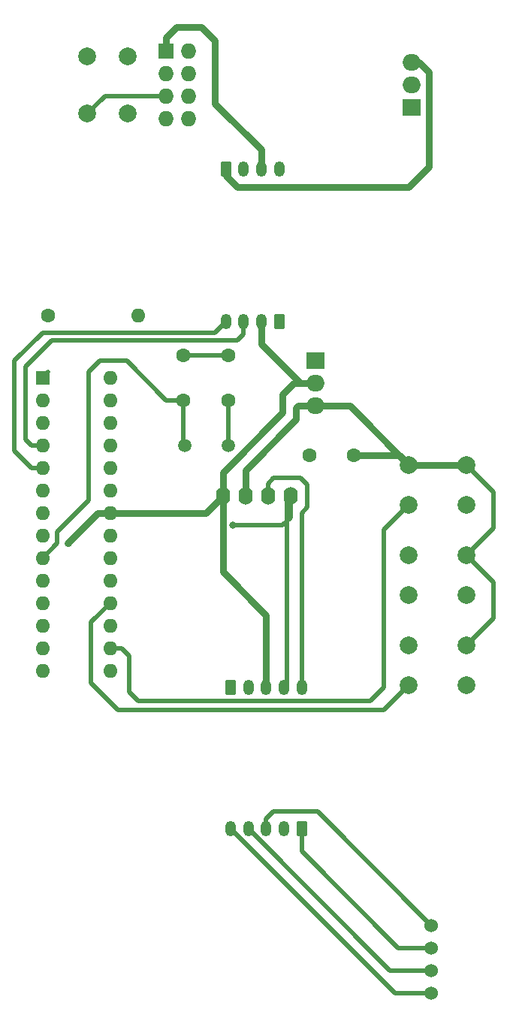
<source format=gbr>
%TF.GenerationSoftware,KiCad,Pcbnew,7.0.10-7.0.10~ubuntu22.04.1*%
%TF.CreationDate,2024-03-21T08:58:37+05:30*%
%TF.ProjectId,Smart Watch,536d6172-7420-4576-9174-63682e6b6963,rev?*%
%TF.SameCoordinates,Original*%
%TF.FileFunction,Copper,L1,Top*%
%TF.FilePolarity,Positive*%
%FSLAX46Y46*%
G04 Gerber Fmt 4.6, Leading zero omitted, Abs format (unit mm)*
G04 Created by KiCad (PCBNEW 7.0.10-7.0.10~ubuntu22.04.1) date 2024-03-21 08:58:37*
%MOMM*%
%LPD*%
G01*
G04 APERTURE LIST*
G04 Aperture macros list*
%AMRoundRect*
0 Rectangle with rounded corners*
0 $1 Rounding radius*
0 $2 $3 $4 $5 $6 $7 $8 $9 X,Y pos of 4 corners*
0 Add a 4 corners polygon primitive as box body*
4,1,4,$2,$3,$4,$5,$6,$7,$8,$9,$2,$3,0*
0 Add four circle primitives for the rounded corners*
1,1,$1+$1,$2,$3*
1,1,$1+$1,$4,$5*
1,1,$1+$1,$6,$7*
1,1,$1+$1,$8,$9*
0 Add four rect primitives between the rounded corners*
20,1,$1+$1,$2,$3,$4,$5,0*
20,1,$1+$1,$4,$5,$6,$7,0*
20,1,$1+$1,$6,$7,$8,$9,0*
20,1,$1+$1,$8,$9,$2,$3,0*%
G04 Aperture macros list end*
%TA.AperFunction,ComponentPad*%
%ADD10C,2.000000*%
%TD*%
%TA.AperFunction,ComponentPad*%
%ADD11C,1.600000*%
%TD*%
%TA.AperFunction,ComponentPad*%
%ADD12O,1.600000X1.600000*%
%TD*%
%TA.AperFunction,ComponentPad*%
%ADD13O,1.600000X2.000000*%
%TD*%
%TA.AperFunction,ComponentPad*%
%ADD14C,1.500000*%
%TD*%
%TA.AperFunction,ComponentPad*%
%ADD15R,2.000000X1.905000*%
%TD*%
%TA.AperFunction,ComponentPad*%
%ADD16O,2.000000X1.905000*%
%TD*%
%TA.AperFunction,ComponentPad*%
%ADD17R,1.600000X1.600000*%
%TD*%
%TA.AperFunction,ComponentPad*%
%ADD18C,1.524000*%
%TD*%
%TA.AperFunction,ComponentPad*%
%ADD19RoundRect,0.250000X-0.350000X-0.625000X0.350000X-0.625000X0.350000X0.625000X-0.350000X0.625000X0*%
%TD*%
%TA.AperFunction,ComponentPad*%
%ADD20O,1.200000X1.750000*%
%TD*%
%TA.AperFunction,ComponentPad*%
%ADD21RoundRect,0.250000X0.350000X0.625000X-0.350000X0.625000X-0.350000X-0.625000X0.350000X-0.625000X0*%
%TD*%
%TA.AperFunction,ComponentPad*%
%ADD22R,1.727200X1.727200*%
%TD*%
%TA.AperFunction,ComponentPad*%
%ADD23O,1.727200X1.727200*%
%TD*%
%TA.AperFunction,ViaPad*%
%ADD24C,0.800000*%
%TD*%
%TA.AperFunction,Conductor*%
%ADD25C,0.500000*%
%TD*%
%TA.AperFunction,Conductor*%
%ADD26C,0.750000*%
%TD*%
G04 APERTURE END LIST*
D10*
%TO.P,S1,1,PIN1*%
%TO.N,Net-(S1-PIN1)*%
X93340000Y-49605000D03*
X93340000Y-43105000D03*
%TO.P,S1,2,PIN2*%
%TO.N,Earth*%
X97840000Y-49605000D03*
X97840000Y-43105000D03*
%TD*%
%TO.P,S4,1,PIN1*%
%TO.N,+5V*%
X129540000Y-109510000D03*
X136040000Y-109510000D03*
%TO.P,S4,2,PIN2*%
%TO.N,B3*%
X129540000Y-114010000D03*
X136040000Y-114010000D03*
%TD*%
%TO.P,S3,1,PIN1*%
%TO.N,+5V*%
X129540000Y-99350000D03*
X136040000Y-99350000D03*
%TO.P,S3,2,PIN2*%
%TO.N,B2*%
X129540000Y-103850000D03*
X136040000Y-103850000D03*
%TD*%
%TO.P,Se,1,PIN1*%
%TO.N,+5V*%
X129540000Y-89190000D03*
X136040000Y-89190000D03*
%TO.P,Se,2,PIN2*%
%TO.N,B1*%
X129540000Y-93690000D03*
X136040000Y-93690000D03*
%TD*%
D11*
%TO.P,R1,1*%
%TO.N,Net-(U2-~{RESET}{slash}PC6)*%
X88900000Y-72390000D03*
D12*
%TO.P,R1,2*%
%TO.N,+5V*%
X99060000Y-72390000D03*
%TD*%
D13*
%TO.P,Brd1,1,GND*%
%TO.N,Earth*%
X108585000Y-92710000D03*
%TO.P,Brd1,2,VCC*%
%TO.N,+5V*%
X111125000Y-92710000D03*
%TO.P,Brd1,3,SCL*%
%TO.N,SCL*%
X113665000Y-92710000D03*
%TO.P,Brd1,4,SDA*%
%TO.N,SDA*%
X116205000Y-92710000D03*
%TD*%
D11*
%TO.P,C3,1*%
%TO.N,+5V*%
X123364000Y-88138000D03*
%TO.P,C3,2*%
%TO.N,Earth*%
X118364000Y-88138000D03*
%TD*%
D14*
%TO.P,Y1,1,1*%
%TO.N,Net-(U2-XTAL2{slash}PB7)*%
X109220000Y-86995000D03*
%TO.P,Y1,2,2*%
%TO.N,Net-(U2-XTAL1{slash}PB6)*%
X104340000Y-86995000D03*
%TD*%
D15*
%TO.P,U4,1,GND*%
%TO.N,Earth*%
X129880000Y-48895000D03*
D16*
%TO.P,U4,2,VO*%
%TO.N,+3.3V*%
X129880000Y-46355000D03*
%TO.P,U4,3,VI*%
%TO.N,+5V*%
X129880000Y-43815000D03*
%TD*%
D17*
%TO.P,U2,1,~{RESET}/PC6*%
%TO.N,Net-(U2-~{RESET}{slash}PC6)*%
X88265000Y-79375000D03*
D12*
%TO.P,U2,2,PD0*%
%TO.N,unconnected-(U2-PD0-Pad2)*%
X88265000Y-81915000D03*
%TO.P,U2,3,PD1*%
%TO.N,unconnected-(U2-PD1-Pad3)*%
X88265000Y-84455000D03*
%TO.P,U2,4,PD2*%
%TO.N,ardR_espT*%
X88265000Y-86995000D03*
%TO.P,U2,5,PD3*%
%TO.N,ardT_espR*%
X88265000Y-89535000D03*
%TO.P,U2,6,PD4*%
%TO.N,unconnected-(U2-PD4-Pad6)*%
X88265000Y-92075000D03*
%TO.P,U2,7,VCC*%
%TO.N,+5V*%
X88265000Y-94615000D03*
%TO.P,U2,8,GND*%
%TO.N,Earth*%
X88265000Y-97155000D03*
%TO.P,U2,9,XTAL1/PB6*%
%TO.N,Net-(U2-XTAL1{slash}PB6)*%
X88265000Y-99695000D03*
%TO.P,U2,10,XTAL2/PB7*%
%TO.N,Net-(U2-XTAL2{slash}PB7)*%
X88265000Y-102235000D03*
%TO.P,U2,11,PD5*%
%TO.N,unconnected-(U2-PD5-Pad11)*%
X88265000Y-104775000D03*
%TO.P,U2,12,PD6*%
%TO.N,unconnected-(U2-PD6-Pad12)*%
X88265000Y-107315000D03*
%TO.P,U2,13,PD7*%
%TO.N,unconnected-(U2-PD7-Pad13)*%
X88265000Y-109855000D03*
%TO.P,U2,14,PB0*%
%TO.N,unconnected-(U2-PB0-Pad14)*%
X88265000Y-112395000D03*
%TO.P,U2,15,PB1*%
%TO.N,unconnected-(U2-PB1-Pad15)*%
X95885000Y-112395000D03*
%TO.P,U2,16,PB2*%
%TO.N,B1*%
X95885000Y-109855000D03*
%TO.P,U2,17,PB3*%
%TO.N,B2*%
X95885000Y-107315000D03*
%TO.P,U2,18,PB4*%
%TO.N,B3*%
X95885000Y-104775000D03*
%TO.P,U2,19,PB5*%
%TO.N,unconnected-(U2-PB5-Pad19)*%
X95885000Y-102235000D03*
%TO.P,U2,20,AVCC*%
%TO.N,+5V*%
X95885000Y-99695000D03*
%TO.P,U2,21,AREF*%
%TO.N,unconnected-(U2-AREF-Pad21)*%
X95885000Y-97155000D03*
%TO.P,U2,22,GND*%
%TO.N,Earth*%
X95885000Y-94615000D03*
%TO.P,U2,23,PC0*%
%TO.N,unconnected-(U2-PC0-Pad23)*%
X95885000Y-92075000D03*
%TO.P,U2,24,PC1*%
%TO.N,unconnected-(U2-PC1-Pad24)*%
X95885000Y-89535000D03*
%TO.P,U2,25,PC2*%
%TO.N,unconnected-(U2-PC2-Pad25)*%
X95885000Y-86995000D03*
%TO.P,U2,26,PC3*%
%TO.N,unconnected-(U2-PC3-Pad26)*%
X95885000Y-84455000D03*
%TO.P,U2,27,PC4*%
%TO.N,SDA*%
X95885000Y-81915000D03*
%TO.P,U2,28,PC5*%
%TO.N,SCL*%
X95885000Y-79375000D03*
%TD*%
D18*
%TO.P,RTC1,1,GND*%
%TO.N,Earth*%
X132072500Y-141057500D03*
%TO.P,RTC1,2,VCC*%
%TO.N,+5V*%
X132072500Y-143597500D03*
%TO.P,RTC1,3,SDA*%
%TO.N,SDA*%
X132072500Y-146137500D03*
%TO.P,RTC1,4,SCL*%
%TO.N,SCL*%
X132072500Y-148677500D03*
%TD*%
D19*
%TO.P,J2,1,Pin_1*%
%TO.N,+5V*%
X109475000Y-114300000D03*
D20*
%TO.P,J2,2,Pin_2*%
%TO.N,VCC*%
X111475000Y-114300000D03*
%TO.P,J2,3,Pin_3*%
%TO.N,Earth*%
X113475000Y-114300000D03*
%TO.P,J2,4,Pin_4*%
%TO.N,SDA*%
X115475000Y-114300000D03*
%TO.P,J2,5,Pin_5*%
%TO.N,SCL*%
X117475000Y-114300000D03*
%TD*%
D21*
%TO.P,J3,1,Pin_1*%
%TO.N,+5V*%
X114935000Y-73025000D03*
D20*
%TO.P,J3,2,Pin_2*%
%TO.N,Earth*%
X112935000Y-73025000D03*
%TO.P,J3,3,Pin_3*%
%TO.N,ardR_espT*%
X110935000Y-73025000D03*
%TO.P,J3,4,Pin_4*%
%TO.N,ardT_espR*%
X108935000Y-73025000D03*
%TD*%
D21*
%TO.P,J1,1,Pin_1*%
%TO.N,+5V*%
X117475000Y-130175000D03*
D20*
%TO.P,J1,2,Pin_2*%
%TO.N,VCC*%
X115475000Y-130175000D03*
%TO.P,J1,3,Pin_3*%
%TO.N,Earth*%
X113475000Y-130175000D03*
%TO.P,J1,4,Pin_4*%
%TO.N,SDA*%
X111475000Y-130175000D03*
%TO.P,J1,5,Pin_5*%
%TO.N,SCL*%
X109475000Y-130175000D03*
%TD*%
D15*
%TO.P,U1,1,VI*%
%TO.N,VCC*%
X119040000Y-77470000D03*
D16*
%TO.P,U1,2,GND*%
%TO.N,Earth*%
X119040000Y-80010000D03*
%TO.P,U1,3,VO*%
%TO.N,+5V*%
X119040000Y-82550000D03*
%TD*%
D22*
%TO.P,U3,1,UTXD*%
%TO.N,ardR_espT*%
X102194000Y-42545000D03*
D23*
%TO.P,U3,2,GND*%
%TO.N,Earth*%
X104734000Y-42545000D03*
%TO.P,U3,3,CH_PD*%
%TO.N,+3.3V*%
X102194000Y-45085000D03*
%TO.P,U3,4,GPIO2*%
%TO.N,unconnected-(U3-GPIO2-Pad4)*%
X104734000Y-45085000D03*
%TO.P,U3,5,RST*%
%TO.N,Net-(S1-PIN1)*%
X102194000Y-47625000D03*
%TO.P,U3,6,GPIO0*%
%TO.N,unconnected-(U3-GPIO0-Pad6)*%
X104734000Y-47625000D03*
%TO.P,U3,7,VCC*%
%TO.N,+3.3V*%
X102194000Y-50165000D03*
%TO.P,U3,8,URXD*%
%TO.N,ardT_espR*%
X104734000Y-50165000D03*
%TD*%
D19*
%TO.P,J4,1,Pin_1*%
%TO.N,+5V*%
X108935000Y-55880000D03*
D20*
%TO.P,J4,2,Pin_2*%
%TO.N,Earth*%
X110935000Y-55880000D03*
%TO.P,J4,3,Pin_3*%
%TO.N,ardR_espT*%
X112935000Y-55880000D03*
%TO.P,J4,4,Pin_4*%
%TO.N,ardT_espR*%
X114935000Y-55880000D03*
%TD*%
D11*
%TO.P,C2,1*%
%TO.N,Net-(U2-XTAL2{slash}PB7)*%
X109220000Y-81875000D03*
%TO.P,C2,2*%
%TO.N,Earth*%
X109220000Y-76875000D03*
%TD*%
%TO.P,C1,1*%
%TO.N,Net-(U2-XTAL1{slash}PB6)*%
X104140000Y-81875000D03*
%TO.P,C1,2*%
%TO.N,Earth*%
X104140000Y-76875000D03*
%TD*%
D24*
%TO.N,SDA*%
X109728000Y-96012000D03*
%TO.N,Earth*%
X91186000Y-98044000D03*
%TD*%
D25*
%TO.N,SDA*%
X111475000Y-130175000D02*
X127437500Y-146137500D01*
X109728000Y-96012000D02*
X115316000Y-96012000D01*
X115824000Y-93091000D02*
X115824000Y-113951000D01*
X127437500Y-146137500D02*
X132072500Y-146137500D01*
X115316000Y-96012000D02*
X116205000Y-95123000D01*
X115824000Y-113951000D02*
X115475000Y-114300000D01*
X116205000Y-95123000D02*
X116205000Y-92710000D01*
X116205000Y-92710000D02*
X115824000Y-93091000D01*
%TO.N,SCL*%
X113665000Y-91313000D02*
X113665000Y-92710000D01*
X117348000Y-90678000D02*
X114300000Y-90678000D01*
X114300000Y-90678000D02*
X113665000Y-91313000D01*
X127977500Y-148677500D02*
X132072500Y-148677500D01*
X117475000Y-114300000D02*
X117475000Y-94615000D01*
X118110000Y-93980000D02*
X118110000Y-91440000D01*
X109475000Y-130175000D02*
X127977500Y-148677500D01*
X118110000Y-91440000D02*
X117348000Y-90678000D01*
X117475000Y-94615000D02*
X118110000Y-93980000D01*
D26*
%TO.N,Earth*%
X115316000Y-83312000D02*
X115316000Y-81280000D01*
X108585000Y-92710000D02*
X108585000Y-90043000D01*
X112935000Y-75597000D02*
X112935000Y-73025000D01*
X95885000Y-94615000D02*
X94511726Y-94615000D01*
D25*
X104140000Y-76875000D02*
X109220000Y-76875000D01*
X119285000Y-128270000D02*
X132072500Y-141057500D01*
D26*
X115316000Y-81280000D02*
X116586000Y-80010000D01*
X91186000Y-98044000D02*
X91082726Y-98044000D01*
X91082726Y-98044000D02*
X91261363Y-97865363D01*
X108585000Y-92710000D02*
X108585000Y-101219000D01*
X117348000Y-80010000D02*
X112935000Y-75597000D01*
X119040000Y-80010000D02*
X117348000Y-80010000D01*
X106680000Y-94615000D02*
X108585000Y-92710000D01*
X108585000Y-101219000D02*
X113475000Y-106109000D01*
X113475000Y-106109000D02*
X113475000Y-114300000D01*
D25*
X113475000Y-129095000D02*
X114300000Y-128270000D01*
D26*
X95885000Y-94615000D02*
X106680000Y-94615000D01*
X116586000Y-80010000D02*
X119040000Y-80010000D01*
D25*
X113475000Y-130175000D02*
X113475000Y-129095000D01*
D26*
X108585000Y-90043000D02*
X115316000Y-83312000D01*
D25*
X114300000Y-128270000D02*
X119285000Y-128270000D01*
D26*
X94511726Y-94615000D02*
X91186000Y-97940726D01*
X91186000Y-97940726D02*
X91186000Y-98044000D01*
%TO.N,+5V*%
X108935000Y-56611000D02*
X110236000Y-57912000D01*
D25*
X139065000Y-92215000D02*
X139065000Y-96325000D01*
X117475000Y-132715000D02*
X128357500Y-143597500D01*
D26*
X123364000Y-88138000D02*
X128488000Y-88138000D01*
X129540000Y-89190000D02*
X136040000Y-89190000D01*
D25*
X139065000Y-102375000D02*
X139065000Y-106485000D01*
D26*
X131826000Y-44958000D02*
X130683000Y-43815000D01*
X119040000Y-82550000D02*
X122900000Y-82550000D01*
X119040000Y-82550000D02*
X117094000Y-82550000D01*
X116840000Y-82804000D02*
X116840000Y-84074000D01*
X130683000Y-43815000D02*
X129880000Y-43815000D01*
X117094000Y-82550000D02*
X116840000Y-82804000D01*
D25*
X136040000Y-99350000D02*
X139065000Y-102375000D01*
D26*
X108935000Y-55880000D02*
X108935000Y-56611000D01*
X122900000Y-82550000D02*
X129540000Y-89190000D01*
X110236000Y-57912000D02*
X129540000Y-57912000D01*
D25*
X117475000Y-130175000D02*
X117475000Y-132715000D01*
X139065000Y-96325000D02*
X136040000Y-99350000D01*
D26*
X116840000Y-84074000D02*
X111125000Y-89789000D01*
X129540000Y-57912000D02*
X131826000Y-55626000D01*
D25*
X128357500Y-143597500D02*
X132072500Y-143597500D01*
D26*
X128488000Y-88138000D02*
X129540000Y-89190000D01*
X111125000Y-89789000D02*
X111125000Y-92710000D01*
X131826000Y-55626000D02*
X131826000Y-44958000D01*
D25*
X139065000Y-106485000D02*
X136040000Y-109510000D01*
X136040000Y-89190000D02*
X139065000Y-92215000D01*
%TO.N,Net-(U2-XTAL1{slash}PB6)*%
X97790000Y-77470000D02*
X94742000Y-77470000D01*
X89916000Y-96774000D02*
X93472000Y-93218000D01*
X89916000Y-98044000D02*
X89916000Y-96774000D01*
X93472000Y-78740000D02*
X93472000Y-92710000D01*
X104140000Y-81875000D02*
X104140000Y-86795000D01*
X94742000Y-77470000D02*
X93472000Y-78740000D01*
X93472000Y-93218000D02*
X93472000Y-92710000D01*
X88265000Y-99695000D02*
X89916000Y-98044000D01*
X104140000Y-81875000D02*
X102195000Y-81875000D01*
X102195000Y-81875000D02*
X97790000Y-77470000D01*
X104140000Y-86795000D02*
X104340000Y-86995000D01*
%TO.N,Net-(U2-XTAL2{slash}PB7)*%
X109220000Y-81875000D02*
X109220000Y-86995000D01*
%TO.N,Net-(U2-~{RESET}{slash}PC6)*%
X88900000Y-78740000D02*
X88265000Y-79375000D01*
%TO.N,ardR_espT*%
X110935000Y-74485000D02*
X110935000Y-73025000D01*
D26*
X112935000Y-53673500D02*
X112935000Y-55880000D01*
X102194000Y-41062000D02*
X103378000Y-39878000D01*
D25*
X86360000Y-86360000D02*
X86360000Y-78105000D01*
D26*
X102194000Y-42545000D02*
X102194000Y-41062000D01*
D25*
X86995000Y-86995000D02*
X86360000Y-86360000D01*
D26*
X107696000Y-48434500D02*
X112935000Y-53673500D01*
D25*
X89281000Y-75184000D02*
X110236000Y-75184000D01*
X110236000Y-75184000D02*
X110935000Y-74485000D01*
D26*
X103378000Y-39878000D02*
X106172000Y-39878000D01*
D25*
X86360000Y-78105000D02*
X89281000Y-75184000D01*
D26*
X106172000Y-39878000D02*
X107696000Y-41402000D01*
D25*
X88265000Y-86995000D02*
X86995000Y-86995000D01*
D26*
X107696000Y-41402000D02*
X107696000Y-48434500D01*
D25*
%TO.N,ardT_espR*%
X85090000Y-87630000D02*
X85090000Y-77470000D01*
X88265000Y-89535000D02*
X86995000Y-89535000D01*
X107665000Y-74295000D02*
X108935000Y-73025000D01*
X86995000Y-89535000D02*
X85090000Y-87630000D01*
X85090000Y-77470000D02*
X88265000Y-74295000D01*
X88265000Y-74295000D02*
X107665000Y-74295000D01*
%TO.N,Net-(S1-PIN1)*%
X93340000Y-49605000D02*
X95320000Y-47625000D01*
X95320000Y-47625000D02*
X102194000Y-47625000D01*
%TO.N,B1*%
X129540000Y-93690000D02*
X126746000Y-96484000D01*
X126746000Y-96484000D02*
X126746000Y-114300000D01*
X125222000Y-115824000D02*
X99060000Y-115824000D01*
X99060000Y-115824000D02*
X98044000Y-114808000D01*
X98044000Y-114808000D02*
X98044000Y-110744000D01*
X98044000Y-110744000D02*
X97155000Y-109855000D01*
X126746000Y-114300000D02*
X125222000Y-115824000D01*
X97155000Y-109855000D02*
X95885000Y-109855000D01*
%TO.N,B3*%
X96774000Y-116840000D02*
X126710000Y-116840000D01*
X126710000Y-116840000D02*
X129540000Y-114010000D01*
X93726000Y-113792000D02*
X96774000Y-116840000D01*
X95885000Y-104775000D02*
X93726000Y-106934000D01*
X93726000Y-106934000D02*
X93726000Y-113792000D01*
%TD*%
M02*

</source>
